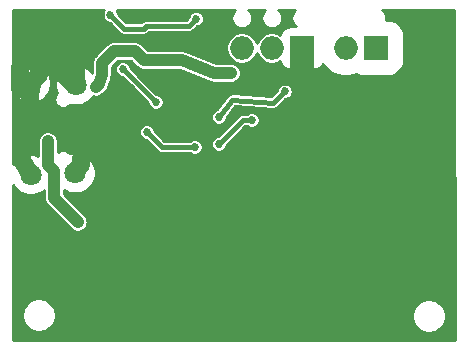
<source format=gbl>
G04 #@! TF.GenerationSoftware,KiCad,Pcbnew,5.1.6-c6e7f7d~87~ubuntu20.04.1*
G04 #@! TF.CreationDate,2021-06-05T20:06:15-07:00*
G04 #@! TF.ProjectId,NixieSupply5vto170vDCMBoostMini,4e697869-6553-4757-9070-6c793576746f,rev?*
G04 #@! TF.SameCoordinates,Original*
G04 #@! TF.FileFunction,Copper,L2,Bot*
G04 #@! TF.FilePolarity,Positive*
%FSLAX46Y46*%
G04 Gerber Fmt 4.6, Leading zero omitted, Abs format (unit mm)*
G04 Created by KiCad (PCBNEW 5.1.6-c6e7f7d~87~ubuntu20.04.1) date 2021-06-05 20:06:15*
%MOMM*%
%LPD*%
G01*
G04 APERTURE LIST*
G04 #@! TA.AperFunction,ComponentPad*
%ADD10C,4.400000*%
G04 #@! TD*
G04 #@! TA.AperFunction,ComponentPad*
%ADD11C,1.800000*%
G04 #@! TD*
G04 #@! TA.AperFunction,ComponentPad*
%ADD12O,1.998980X1.998980*%
G04 #@! TD*
G04 #@! TA.AperFunction,ComponentPad*
%ADD13R,1.998980X1.998980*%
G04 #@! TD*
G04 #@! TA.AperFunction,ViaPad*
%ADD14C,0.685800*%
G04 #@! TD*
G04 #@! TA.AperFunction,Conductor*
%ADD15C,1.500000*%
G04 #@! TD*
G04 #@! TA.AperFunction,Conductor*
%ADD16C,2.000000*%
G04 #@! TD*
G04 #@! TA.AperFunction,Conductor*
%ADD17C,0.381000*%
G04 #@! TD*
G04 #@! TA.AperFunction,Conductor*
%ADD18C,1.000000*%
G04 #@! TD*
G04 #@! TA.AperFunction,Conductor*
%ADD19C,0.400000*%
G04 #@! TD*
G04 #@! TA.AperFunction,Conductor*
%ADD20C,0.254000*%
G04 #@! TD*
G04 APERTURE END LIST*
D10*
G04 #@! TO.P,J2,1*
G04 #@! TO.N,GND*
X171684000Y-85269000D03*
G04 #@! TD*
D11*
G04 #@! TO.P,P1,6*
G04 #@! TO.N,GND*
X141812000Y-88985000D03*
X141787000Y-96435000D03*
X137987000Y-88835000D03*
X137987000Y-96585000D03*
G04 #@! TD*
D10*
G04 #@! TO.P,J3,1*
G04 #@! TO.N,GND*
X138684000Y-85344000D03*
G04 #@! TD*
D12*
G04 #@! TO.P,J1,2*
G04 #@! TO.N,+160V*
X164673280Y-85831680D03*
D13*
G04 #@! TO.P,J1,1*
X167213280Y-85831680D03*
G04 #@! TD*
D12*
G04 #@! TO.P,J6,3*
G04 #@! TO.N,5v_Power*
X155874720Y-85852000D03*
D13*
G04 #@! TO.P,J6,1*
G04 #@! TO.N,GND*
X160954720Y-85852000D03*
D12*
G04 #@! TO.P,J6,2*
G04 #@! TO.N,N_ENABLE*
X158414720Y-85852000D03*
G04 #@! TD*
D14*
G04 #@! TO.N,GND*
X162648000Y-93645000D03*
X162298000Y-91920000D03*
X162848000Y-91195000D03*
X140716000Y-103632000D03*
X144780000Y-89154000D03*
X146050000Y-83058000D03*
X142875000Y-83350100D03*
X162573000Y-92845000D03*
X162026600Y-91097100D03*
X158165800Y-89623900D03*
X154178000Y-96774000D03*
X163576000Y-98450400D03*
X167830500Y-92252800D03*
X171691300Y-97256600D03*
X172478700Y-97282000D03*
X173405800Y-101942900D03*
X172415200Y-101904800D03*
X169329100Y-107149900D03*
G04 #@! TO.N,Net-(C5-Pad1)*
X145796000Y-87630000D03*
X148590000Y-90424000D03*
G04 #@! TO.N,Net-(C11-Pad1)*
X156718000Y-91948000D03*
X153924000Y-93980000D03*
G04 #@! TO.N,5v_Power*
X143510000Y-89154000D03*
X154929840Y-87950040D03*
X141986000Y-100584000D03*
X139446000Y-93726000D03*
G04 #@! TO.N,Net-(C6-Pad2)*
X159512000Y-89535000D03*
X153924000Y-91694000D03*
G04 #@! TO.N,Net-(C10-Pad1)*
X151892000Y-94234000D03*
X147828000Y-92964000D03*
G04 #@! TO.N,Net-(Q26-Pad1)*
X144754600Y-83073240D03*
X152013920Y-83367880D03*
G04 #@! TD*
D15*
G04 #@! TO.N,GND*
X171450000Y-85344000D02*
X171450000Y-85979000D01*
X171450000Y-85344000D02*
X171259500Y-85344000D01*
X171450000Y-85344000D02*
X171450000Y-89408000D01*
D16*
X160954720Y-85852000D02*
X160954720Y-87767160D01*
X160954720Y-87767160D02*
X160934400Y-87787480D01*
D17*
X162648000Y-93645000D02*
X162598000Y-93595000D01*
X162598000Y-93595000D02*
X162298000Y-91920000D01*
D15*
X137287000Y-83439000D02*
X137287000Y-87249000D01*
X137287000Y-87249000D02*
X137096500Y-87439500D01*
X137287000Y-83439000D02*
X140525500Y-83439000D01*
X138747500Y-85344000D02*
X140589000Y-83502500D01*
X137287000Y-83439000D02*
X138684000Y-84836000D01*
X140525500Y-83439000D02*
X140589000Y-83502500D01*
X138684000Y-85344000D02*
X138684000Y-84836000D01*
X138684000Y-85344000D02*
X138684000Y-85852000D01*
X138684000Y-85852000D02*
X137096500Y-87439500D01*
X137096500Y-87439500D02*
X137096500Y-89344500D01*
X138684000Y-85344000D02*
X138684000Y-88138000D01*
X138684000Y-88138000D02*
X137987000Y-88835000D01*
X138684000Y-85344000D02*
X138747500Y-85344000D01*
X138684000Y-85344000D02*
X139065000Y-85344000D01*
X139065000Y-85344000D02*
X140970000Y-87249000D01*
X141812000Y-88985000D02*
X141695080Y-88985000D01*
X141695080Y-88985000D02*
X140858240Y-88148160D01*
X141812000Y-88985000D02*
X141812000Y-87539840D01*
X141812000Y-87539840D02*
X141894560Y-87457280D01*
X141787000Y-96435000D02*
X141787000Y-96241480D01*
X141787000Y-96241480D02*
X142280640Y-95747840D01*
X142280640Y-95747840D02*
X142280640Y-95158560D01*
X137987000Y-96585000D02*
X137160000Y-95250000D01*
X137160000Y-95250000D02*
X137288040Y-95121960D01*
X137987000Y-88835000D02*
X137922000Y-90424000D01*
X137922000Y-90424000D02*
X138070360Y-90572360D01*
X138684000Y-85344000D02*
X142113000Y-85344000D01*
X142204440Y-85435440D02*
X142204440Y-85481160D01*
X142113000Y-85344000D02*
X142204440Y-85435440D01*
D17*
X144769840Y-89164160D02*
X144769840Y-89311480D01*
X144780000Y-89154000D02*
X144769840Y-89164160D01*
X146672300Y-83070700D02*
X146634200Y-83108800D01*
X146024600Y-83083400D02*
X146672300Y-83070700D01*
X146050000Y-83058000D02*
X146024600Y-83083400D01*
X142786100Y-83439000D02*
X142176500Y-83439000D01*
X142875000Y-83350100D02*
X142786100Y-83439000D01*
X162814300Y-92603700D02*
X162551700Y-92099600D01*
X162573000Y-92845000D02*
X162814300Y-92603700D01*
X162115500Y-91008200D02*
X162115500Y-90220800D01*
X162026600Y-91097100D02*
X162115500Y-91008200D01*
X158216600Y-89573100D02*
X158216600Y-89382600D01*
X158165800Y-89623900D02*
X158216600Y-89573100D01*
X154139900Y-96812100D02*
X154559000Y-96710500D01*
X154178000Y-96774000D02*
X154139900Y-96812100D01*
X163601400Y-98425000D02*
X163601400Y-97980500D01*
X163576000Y-98450400D02*
X163601400Y-98425000D01*
X167868600Y-92214700D02*
X167868600Y-91528900D01*
X167830500Y-92252800D02*
X167868600Y-92214700D01*
D18*
X172453300Y-97256600D02*
X171691300Y-97256600D01*
X172478700Y-97282000D02*
X172453300Y-97256600D01*
X172453300Y-101942900D02*
X173405800Y-101942900D01*
X172415200Y-101904800D02*
X172453300Y-101942900D01*
D17*
X169367200Y-107111800D02*
X169367200Y-106514900D01*
X169329100Y-107149900D02*
X169367200Y-107111800D01*
G04 #@! TO.N,Net-(C5-Pad1)*
X146812000Y-88646000D02*
X145796000Y-87630000D01*
X148590000Y-90424000D02*
X146812000Y-88646000D01*
G04 #@! TO.N,Net-(C11-Pad1)*
X155956000Y-91948000D02*
X156718000Y-91948000D01*
X153924000Y-93980000D02*
X155956000Y-91948000D01*
D18*
G04 #@! TO.N,5v_Power*
X153543000Y-87965280D02*
X154990800Y-87965280D01*
X144018000Y-88138000D02*
X143764000Y-88900000D01*
X147574000Y-86868000D02*
X146812000Y-86106000D01*
X146812000Y-86106000D02*
X145034000Y-86106000D01*
X145034000Y-86106000D02*
X144018000Y-87122000D01*
X144018000Y-87122000D02*
X144018000Y-88138000D01*
X148336000Y-86868000D02*
X150825200Y-86868000D01*
X150825200Y-86868000D02*
X153543000Y-87965280D01*
X148336000Y-86868000D02*
X147574000Y-86868000D01*
X143510000Y-89154000D02*
X143764000Y-88900000D01*
X154975560Y-87950040D02*
X154929840Y-87950040D01*
X154990800Y-87965280D02*
X154975560Y-87950040D01*
X139446000Y-93726000D02*
X139446000Y-95758000D01*
X139954000Y-96266000D02*
X139954000Y-96774000D01*
X141986000Y-100584000D02*
X139954000Y-98552000D01*
X139954000Y-98552000D02*
X139954000Y-96774000D01*
X139446000Y-95758000D02*
X139954000Y-96266000D01*
D17*
G04 #@! TO.N,Net-(C6-Pad2)*
X158496000Y-90487500D02*
X158559500Y-90487500D01*
X158559500Y-90487500D02*
X159512000Y-89535000D01*
D19*
X153924000Y-91694000D02*
X155057600Y-90220800D01*
X155057600Y-90220800D02*
X158496000Y-90487500D01*
D17*
G04 #@! TO.N,Net-(C10-Pad1)*
X149098000Y-94234000D02*
X151892000Y-94234000D01*
X147828000Y-92964000D02*
X149098000Y-94234000D01*
D19*
G04 #@! TO.N,Net-(Q26-Pad1)*
X145892520Y-84211160D02*
X144754600Y-83073240D01*
X147568920Y-84211160D02*
X145892520Y-84211160D01*
X147797520Y-83982560D02*
X147568920Y-84211160D01*
X151399240Y-83982560D02*
X147797520Y-83982560D01*
X152013920Y-83367880D02*
X151399240Y-83982560D01*
G04 #@! TD*
D20*
G04 #@! TO.N,GND*
G36*
X173888056Y-110591600D02*
G01*
X136524825Y-110591600D01*
X136521730Y-108342853D01*
X137257000Y-108342853D01*
X137257000Y-108623947D01*
X137311838Y-108899641D01*
X137419409Y-109159338D01*
X137575576Y-109393060D01*
X137774340Y-109591824D01*
X138008062Y-109747991D01*
X138267759Y-109855562D01*
X138543453Y-109910400D01*
X138824547Y-109910400D01*
X139100241Y-109855562D01*
X139359938Y-109747991D01*
X139593660Y-109591824D01*
X139792424Y-109393060D01*
X139948591Y-109159338D01*
X140056162Y-108899641D01*
X140111000Y-108623947D01*
X140111000Y-108393653D01*
X170277000Y-108393653D01*
X170277000Y-108674747D01*
X170331838Y-108950441D01*
X170439409Y-109210138D01*
X170595576Y-109443860D01*
X170794340Y-109642624D01*
X171028062Y-109798791D01*
X171287759Y-109906362D01*
X171563453Y-109961200D01*
X171844547Y-109961200D01*
X172120241Y-109906362D01*
X172379938Y-109798791D01*
X172613660Y-109642624D01*
X172812424Y-109443860D01*
X172968591Y-109210138D01*
X173076162Y-108950441D01*
X173131000Y-108674747D01*
X173131000Y-108393653D01*
X173076162Y-108117959D01*
X172968591Y-107858262D01*
X172812424Y-107624540D01*
X172613660Y-107425776D01*
X172379938Y-107269609D01*
X172120241Y-107162038D01*
X171844547Y-107107200D01*
X171563453Y-107107200D01*
X171287759Y-107162038D01*
X171028062Y-107269609D01*
X170794340Y-107425776D01*
X170595576Y-107624540D01*
X170439409Y-107858262D01*
X170331838Y-108117959D01*
X170277000Y-108393653D01*
X140111000Y-108393653D01*
X140111000Y-108342853D01*
X140056162Y-108067159D01*
X139948591Y-107807462D01*
X139792424Y-107573740D01*
X139593660Y-107374976D01*
X139359938Y-107218809D01*
X139100241Y-107111238D01*
X138824547Y-107056400D01*
X138543453Y-107056400D01*
X138267759Y-107111238D01*
X138008062Y-107218809D01*
X137774340Y-107374976D01*
X137575576Y-107573740D01*
X137419409Y-107807462D01*
X137311838Y-108067159D01*
X137257000Y-108342853D01*
X136521730Y-108342853D01*
X136506775Y-97478204D01*
X136645552Y-97685898D01*
X136886102Y-97926448D01*
X137168959Y-98115447D01*
X137483253Y-98245632D01*
X137816905Y-98312000D01*
X138157095Y-98312000D01*
X138490747Y-98245632D01*
X138805041Y-98115447D01*
X139087898Y-97926448D01*
X139127000Y-97887346D01*
X139127000Y-98511386D01*
X139123000Y-98552000D01*
X139127000Y-98592614D01*
X139127000Y-98592623D01*
X139138966Y-98714119D01*
X139186255Y-98870009D01*
X139186256Y-98870010D01*
X139263048Y-99013679D01*
X139314725Y-99076647D01*
X139366394Y-99139606D01*
X139397952Y-99165505D01*
X141429948Y-101197502D01*
X141524320Y-101274952D01*
X141667989Y-101351744D01*
X141823879Y-101399033D01*
X141986000Y-101415000D01*
X142148120Y-101399033D01*
X142304010Y-101351744D01*
X142447679Y-101274952D01*
X142573606Y-101171606D01*
X142676952Y-101045679D01*
X142753744Y-100902010D01*
X142801033Y-100746120D01*
X142817000Y-100584000D01*
X142801033Y-100421879D01*
X142753744Y-100265989D01*
X142676952Y-100122320D01*
X142599502Y-100027948D01*
X140781000Y-98209447D01*
X140781000Y-97839857D01*
X140968959Y-97965447D01*
X141283253Y-98095632D01*
X141616905Y-98162000D01*
X141957095Y-98162000D01*
X142290747Y-98095632D01*
X142605041Y-97965447D01*
X142887898Y-97776448D01*
X143128448Y-97535898D01*
X143317447Y-97253041D01*
X143447632Y-96938747D01*
X143514000Y-96605095D01*
X143514000Y-96264905D01*
X143447632Y-95931253D01*
X143317447Y-95616959D01*
X143128448Y-95334102D01*
X142887898Y-95093552D01*
X142605041Y-94904553D01*
X142290747Y-94774368D01*
X141957095Y-94708000D01*
X141616905Y-94708000D01*
X141315933Y-94767868D01*
X141301698Y-94746564D01*
X141200436Y-94645302D01*
X141081364Y-94565741D01*
X140949058Y-94510938D01*
X140808603Y-94483000D01*
X140665397Y-94483000D01*
X140524942Y-94510938D01*
X140392636Y-94565741D01*
X140273564Y-94645302D01*
X140273000Y-94645866D01*
X140273000Y-93685376D01*
X140261034Y-93563880D01*
X140213745Y-93407990D01*
X140136952Y-93264321D01*
X140033606Y-93138394D01*
X139907678Y-93035048D01*
X139764009Y-92958255D01*
X139608119Y-92910966D01*
X139476684Y-92898021D01*
X147158100Y-92898021D01*
X147158100Y-93029979D01*
X147183844Y-93159403D01*
X147234343Y-93281316D01*
X147307655Y-93391036D01*
X147400964Y-93484345D01*
X147510684Y-93557657D01*
X147632597Y-93608156D01*
X147762021Y-93633900D01*
X147766045Y-93633900D01*
X148714101Y-94581957D01*
X148730302Y-94601698D01*
X148809102Y-94666367D01*
X148886992Y-94708000D01*
X148899003Y-94714420D01*
X148996551Y-94744011D01*
X149097999Y-94754003D01*
X149123412Y-94751500D01*
X151462119Y-94751500D01*
X151464964Y-94754345D01*
X151574684Y-94827657D01*
X151696597Y-94878156D01*
X151826021Y-94903900D01*
X151957979Y-94903900D01*
X152087403Y-94878156D01*
X152209316Y-94827657D01*
X152319036Y-94754345D01*
X152412345Y-94661036D01*
X152485657Y-94551316D01*
X152536156Y-94429403D01*
X152561900Y-94299979D01*
X152561900Y-94168021D01*
X152536156Y-94038597D01*
X152485657Y-93916684D01*
X152483878Y-93914021D01*
X153254100Y-93914021D01*
X153254100Y-94045979D01*
X153279844Y-94175403D01*
X153330343Y-94297316D01*
X153403655Y-94407036D01*
X153496964Y-94500345D01*
X153606684Y-94573657D01*
X153728597Y-94624156D01*
X153858021Y-94649900D01*
X153989979Y-94649900D01*
X154119403Y-94624156D01*
X154241316Y-94573657D01*
X154351036Y-94500345D01*
X154444345Y-94407036D01*
X154517657Y-94297316D01*
X154568156Y-94175403D01*
X154593900Y-94045979D01*
X154593900Y-94041955D01*
X156170356Y-92465500D01*
X156288119Y-92465500D01*
X156290964Y-92468345D01*
X156400684Y-92541657D01*
X156522597Y-92592156D01*
X156652021Y-92617900D01*
X156783979Y-92617900D01*
X156913403Y-92592156D01*
X157035316Y-92541657D01*
X157145036Y-92468345D01*
X157238345Y-92375036D01*
X157311657Y-92265316D01*
X157362156Y-92143403D01*
X157387900Y-92013979D01*
X157387900Y-91882021D01*
X157362156Y-91752597D01*
X157311657Y-91630684D01*
X157238345Y-91520964D01*
X157145036Y-91427655D01*
X157035316Y-91354343D01*
X156913403Y-91303844D01*
X156783979Y-91278100D01*
X156652021Y-91278100D01*
X156522597Y-91303844D01*
X156400684Y-91354343D01*
X156290964Y-91427655D01*
X156288119Y-91430500D01*
X155981413Y-91430500D01*
X155956000Y-91427997D01*
X155930587Y-91430500D01*
X155854552Y-91437989D01*
X155757003Y-91467580D01*
X155667102Y-91515633D01*
X155588302Y-91580302D01*
X155572101Y-91600043D01*
X153862045Y-93310100D01*
X153858021Y-93310100D01*
X153728597Y-93335844D01*
X153606684Y-93386343D01*
X153496964Y-93459655D01*
X153403655Y-93552964D01*
X153330343Y-93662684D01*
X153279844Y-93784597D01*
X153254100Y-93914021D01*
X152483878Y-93914021D01*
X152412345Y-93806964D01*
X152319036Y-93713655D01*
X152209316Y-93640343D01*
X152087403Y-93589844D01*
X151957979Y-93564100D01*
X151826021Y-93564100D01*
X151696597Y-93589844D01*
X151574684Y-93640343D01*
X151464964Y-93713655D01*
X151462119Y-93716500D01*
X149312356Y-93716500D01*
X148497900Y-92902045D01*
X148497900Y-92898021D01*
X148472156Y-92768597D01*
X148421657Y-92646684D01*
X148348345Y-92536964D01*
X148255036Y-92443655D01*
X148145316Y-92370343D01*
X148023403Y-92319844D01*
X147893979Y-92294100D01*
X147762021Y-92294100D01*
X147632597Y-92319844D01*
X147510684Y-92370343D01*
X147400964Y-92443655D01*
X147307655Y-92536964D01*
X147234343Y-92646684D01*
X147183844Y-92768597D01*
X147158100Y-92898021D01*
X139476684Y-92898021D01*
X139446000Y-92894999D01*
X139283880Y-92910966D01*
X139127990Y-92958255D01*
X138984321Y-93035048D01*
X138858394Y-93138394D01*
X138755048Y-93264322D01*
X138678255Y-93407991D01*
X138630966Y-93563881D01*
X138619000Y-93685377D01*
X138619001Y-94977492D01*
X138490747Y-94924368D01*
X138157095Y-94858000D01*
X137816905Y-94858000D01*
X137483253Y-94924368D01*
X137168959Y-95054553D01*
X136886102Y-95243552D01*
X136645552Y-95484102D01*
X136504322Y-95695468D01*
X136498724Y-91628021D01*
X153254100Y-91628021D01*
X153254100Y-91759979D01*
X153279844Y-91889403D01*
X153330343Y-92011316D01*
X153403655Y-92121036D01*
X153496964Y-92214345D01*
X153606684Y-92287657D01*
X153728597Y-92338156D01*
X153858021Y-92363900D01*
X153989979Y-92363900D01*
X154119403Y-92338156D01*
X154241316Y-92287657D01*
X154351036Y-92214345D01*
X154444345Y-92121036D01*
X154517657Y-92011316D01*
X154568156Y-91889403D01*
X154593900Y-91759979D01*
X154593900Y-91687580D01*
X155301282Y-90768284D01*
X158481049Y-91014923D01*
X158558836Y-91013307D01*
X158605836Y-91002939D01*
X158660948Y-90997511D01*
X158758497Y-90967920D01*
X158848398Y-90919867D01*
X158927198Y-90855198D01*
X158943403Y-90835452D01*
X159573956Y-90204900D01*
X159577979Y-90204900D01*
X159707403Y-90179156D01*
X159829316Y-90128657D01*
X159939036Y-90055345D01*
X160032345Y-89962036D01*
X160105657Y-89852316D01*
X160156156Y-89730403D01*
X160181900Y-89600979D01*
X160181900Y-89469021D01*
X160156156Y-89339597D01*
X160105657Y-89217684D01*
X160032345Y-89107964D01*
X159939036Y-89014655D01*
X159829316Y-88941343D01*
X159707403Y-88890844D01*
X159577979Y-88865100D01*
X159446021Y-88865100D01*
X159316597Y-88890844D01*
X159194684Y-88941343D01*
X159084964Y-89014655D01*
X158991655Y-89107964D01*
X158918343Y-89217684D01*
X158867844Y-89339597D01*
X158842100Y-89469021D01*
X158842100Y-89473044D01*
X158366288Y-89948856D01*
X155121365Y-89697163D01*
X155092949Y-89692432D01*
X155043804Y-89693974D01*
X154994765Y-89694993D01*
X154992016Y-89695599D01*
X154989191Y-89695688D01*
X154941247Y-89706799D01*
X154893392Y-89717355D01*
X154890814Y-89718486D01*
X154888061Y-89719124D01*
X154843215Y-89739371D01*
X154798330Y-89759064D01*
X154796022Y-89760677D01*
X154793447Y-89761839D01*
X154753440Y-89790426D01*
X154713231Y-89818517D01*
X154711280Y-89820551D01*
X154708983Y-89822192D01*
X154675333Y-89858023D01*
X154641367Y-89893430D01*
X154625867Y-89917703D01*
X153759425Y-91043712D01*
X153728597Y-91049844D01*
X153606684Y-91100343D01*
X153496964Y-91173655D01*
X153403655Y-91266964D01*
X153330343Y-91376684D01*
X153279844Y-91498597D01*
X153254100Y-91628021D01*
X136498724Y-91628021D01*
X136496086Y-89712206D01*
X136645552Y-89935898D01*
X136886102Y-90176448D01*
X137168959Y-90365447D01*
X137483253Y-90495632D01*
X137816905Y-90562000D01*
X138157095Y-90562000D01*
X138490747Y-90495632D01*
X138805041Y-90365447D01*
X139087898Y-90176448D01*
X139125949Y-90138397D01*
X140010000Y-90138397D01*
X140010000Y-90281603D01*
X140037938Y-90422058D01*
X140092741Y-90554364D01*
X140172302Y-90673436D01*
X140273564Y-90774698D01*
X140392636Y-90854259D01*
X140524942Y-90909062D01*
X140665397Y-90937000D01*
X140808603Y-90937000D01*
X140949058Y-90909062D01*
X141081364Y-90854259D01*
X141200436Y-90774698D01*
X141301698Y-90673436D01*
X141318865Y-90647743D01*
X141641905Y-90712000D01*
X141982095Y-90712000D01*
X142315747Y-90645632D01*
X142630041Y-90515447D01*
X142912898Y-90326448D01*
X143153448Y-90085898D01*
X143251143Y-89939688D01*
X143347880Y-89969033D01*
X143510000Y-89985000D01*
X143672120Y-89969033D01*
X143828010Y-89921744D01*
X143971679Y-89844952D01*
X144066051Y-89767502D01*
X144340815Y-89492738D01*
X144391783Y-89444473D01*
X144421898Y-89401955D01*
X144454952Y-89361680D01*
X144468874Y-89335633D01*
X144485942Y-89311536D01*
X144507184Y-89263960D01*
X144531744Y-89218010D01*
X144552117Y-89150850D01*
X144780393Y-88466023D01*
X144785745Y-88456010D01*
X144806124Y-88388831D01*
X144815407Y-88360981D01*
X144817907Y-88349988D01*
X144833034Y-88300120D01*
X144835929Y-88270731D01*
X144842476Y-88241936D01*
X144843894Y-88189852D01*
X144845000Y-88178624D01*
X144845000Y-88149239D01*
X144846910Y-88079092D01*
X144845000Y-88067906D01*
X144845000Y-87564021D01*
X145126100Y-87564021D01*
X145126100Y-87695979D01*
X145151844Y-87825403D01*
X145202343Y-87947316D01*
X145275655Y-88057036D01*
X145368964Y-88150345D01*
X145478684Y-88223657D01*
X145600597Y-88274156D01*
X145730021Y-88299900D01*
X145734045Y-88299900D01*
X146464041Y-89029897D01*
X146464047Y-89029902D01*
X147920100Y-90485955D01*
X147920100Y-90489979D01*
X147945844Y-90619403D01*
X147996343Y-90741316D01*
X148069655Y-90851036D01*
X148162964Y-90944345D01*
X148272684Y-91017657D01*
X148394597Y-91068156D01*
X148524021Y-91093900D01*
X148655979Y-91093900D01*
X148785403Y-91068156D01*
X148907316Y-91017657D01*
X149017036Y-90944345D01*
X149110345Y-90851036D01*
X149183657Y-90741316D01*
X149234156Y-90619403D01*
X149259900Y-90489979D01*
X149259900Y-90358021D01*
X149234156Y-90228597D01*
X149183657Y-90106684D01*
X149110345Y-89996964D01*
X149017036Y-89903655D01*
X148907316Y-89830343D01*
X148785403Y-89779844D01*
X148655979Y-89754100D01*
X148651955Y-89754100D01*
X147195902Y-88298047D01*
X147195897Y-88298041D01*
X146465900Y-87568045D01*
X146465900Y-87564021D01*
X146440156Y-87434597D01*
X146389657Y-87312684D01*
X146316345Y-87202964D01*
X146223036Y-87109655D01*
X146113316Y-87036343D01*
X145991403Y-86985844D01*
X145861979Y-86960100D01*
X145730021Y-86960100D01*
X145600597Y-86985844D01*
X145478684Y-87036343D01*
X145368964Y-87109655D01*
X145275655Y-87202964D01*
X145202343Y-87312684D01*
X145151844Y-87434597D01*
X145126100Y-87564021D01*
X144845000Y-87564021D01*
X144845000Y-87464553D01*
X145376554Y-86933000D01*
X146469446Y-86933000D01*
X146960503Y-87424058D01*
X146986394Y-87455606D01*
X147017941Y-87481496D01*
X147017948Y-87481503D01*
X147112320Y-87558952D01*
X147177006Y-87593527D01*
X147255990Y-87635745D01*
X147411880Y-87683034D01*
X147533376Y-87695000D01*
X147533386Y-87695000D01*
X147574000Y-87699000D01*
X147614614Y-87695000D01*
X150664554Y-87695000D01*
X153192268Y-88715535D01*
X153224990Y-88733025D01*
X153267616Y-88745956D01*
X153271060Y-88747346D01*
X153306454Y-88757737D01*
X153380880Y-88780314D01*
X153384606Y-88780681D01*
X153388200Y-88781736D01*
X153465609Y-88788659D01*
X153502376Y-88792280D01*
X153506099Y-88792280D01*
X153550457Y-88796247D01*
X153587338Y-88792280D01*
X154950186Y-88792280D01*
X154990800Y-88796280D01*
X155031414Y-88792280D01*
X155031424Y-88792280D01*
X155152920Y-88780314D01*
X155308810Y-88733025D01*
X155402436Y-88682981D01*
X155452480Y-88656232D01*
X155578406Y-88552886D01*
X155681752Y-88426960D01*
X155732908Y-88331253D01*
X155758545Y-88283290D01*
X155805834Y-88127400D01*
X155821801Y-87965280D01*
X155805834Y-87803160D01*
X155758545Y-87647270D01*
X155681752Y-87503601D01*
X155669245Y-87488361D01*
X155604303Y-87409229D01*
X155604301Y-87409227D01*
X155578406Y-87377674D01*
X155570036Y-87370804D01*
X155563166Y-87362434D01*
X155437239Y-87259088D01*
X155293570Y-87182295D01*
X155137680Y-87135006D01*
X155016184Y-87123040D01*
X155016174Y-87123040D01*
X154975560Y-87119040D01*
X154934946Y-87123040D01*
X154889216Y-87123040D01*
X154767720Y-87135006D01*
X154756927Y-87138280D01*
X153703646Y-87138280D01*
X151175932Y-86117745D01*
X151143210Y-86100255D01*
X151100584Y-86087324D01*
X151097140Y-86085934D01*
X151061786Y-86075555D01*
X150987320Y-86052966D01*
X150983587Y-86052598D01*
X150979999Y-86051545D01*
X150902654Y-86044627D01*
X150865824Y-86041000D01*
X150862097Y-86041000D01*
X150817743Y-86037033D01*
X150780862Y-86041000D01*
X147916554Y-86041000D01*
X147425505Y-85549952D01*
X147399606Y-85518394D01*
X147273679Y-85415048D01*
X147130010Y-85338255D01*
X146974120Y-85290966D01*
X146852624Y-85279000D01*
X146852614Y-85279000D01*
X146812000Y-85275000D01*
X146771386Y-85279000D01*
X145074614Y-85279000D01*
X145034000Y-85275000D01*
X144993386Y-85279000D01*
X144993376Y-85279000D01*
X144871880Y-85290966D01*
X144715990Y-85338255D01*
X144649113Y-85374002D01*
X144572320Y-85415048D01*
X144477948Y-85492498D01*
X144446394Y-85518394D01*
X144420499Y-85549947D01*
X143461952Y-86508495D01*
X143430394Y-86534394D01*
X143404498Y-86565949D01*
X143327048Y-86660321D01*
X143298783Y-86713201D01*
X143250255Y-86803991D01*
X143202966Y-86959881D01*
X143191000Y-87081377D01*
X143191000Y-87081386D01*
X143187000Y-87122000D01*
X143191000Y-87162615D01*
X143191001Y-87940304D01*
X143153448Y-87884102D01*
X142912898Y-87643552D01*
X142630041Y-87454553D01*
X142315747Y-87324368D01*
X141982095Y-87258000D01*
X141641905Y-87258000D01*
X141308253Y-87324368D01*
X140993959Y-87454553D01*
X140711102Y-87643552D01*
X140470552Y-87884102D01*
X140281553Y-88166959D01*
X140151368Y-88481253D01*
X140085000Y-88814905D01*
X140085000Y-89155095D01*
X140151368Y-89488747D01*
X140233012Y-89685854D01*
X140172302Y-89746564D01*
X140092741Y-89865636D01*
X140037938Y-89997942D01*
X140010000Y-90138397D01*
X139125949Y-90138397D01*
X139328448Y-89935898D01*
X139517447Y-89653041D01*
X139647632Y-89338747D01*
X139714000Y-89005095D01*
X139714000Y-88664905D01*
X139647632Y-88331253D01*
X139517447Y-88016959D01*
X139328448Y-87734102D01*
X139087898Y-87493552D01*
X138805041Y-87304553D01*
X138490747Y-87174368D01*
X138157095Y-87108000D01*
X137816905Y-87108000D01*
X137483253Y-87174368D01*
X137168959Y-87304553D01*
X136886102Y-87493552D01*
X136645552Y-87734102D01*
X136493676Y-87961400D01*
X136486402Y-82676616D01*
X144224401Y-82660952D01*
X144160943Y-82755924D01*
X144110444Y-82877837D01*
X144084700Y-83007261D01*
X144084700Y-83139219D01*
X144110444Y-83268643D01*
X144160943Y-83390556D01*
X144234255Y-83500276D01*
X144327564Y-83593585D01*
X144437284Y-83666897D01*
X144559197Y-83717396D01*
X144676874Y-83740803D01*
X145501569Y-84565499D01*
X145518072Y-84585608D01*
X145598318Y-84651464D01*
X145689870Y-84700399D01*
X145789210Y-84730534D01*
X145892520Y-84740709D01*
X145918401Y-84738160D01*
X147543039Y-84738160D01*
X147568920Y-84740709D01*
X147594801Y-84738160D01*
X147672230Y-84730534D01*
X147771570Y-84700399D01*
X147863122Y-84651464D01*
X147943368Y-84585608D01*
X147959875Y-84565494D01*
X148015809Y-84509560D01*
X151373359Y-84509560D01*
X151399240Y-84512109D01*
X151425121Y-84509560D01*
X151502550Y-84501934D01*
X151601890Y-84471799D01*
X151693442Y-84422864D01*
X151773688Y-84357008D01*
X151790195Y-84336894D01*
X152091647Y-84035443D01*
X152209323Y-84012036D01*
X152331236Y-83961537D01*
X152440956Y-83888225D01*
X152534265Y-83794916D01*
X152607577Y-83685196D01*
X152658076Y-83563283D01*
X152683820Y-83433859D01*
X152683820Y-83301901D01*
X152658076Y-83172477D01*
X152607577Y-83050564D01*
X152534265Y-82940844D01*
X152440956Y-82847535D01*
X152331236Y-82774223D01*
X152209323Y-82723724D01*
X152079899Y-82697980D01*
X151947941Y-82697980D01*
X151818517Y-82723724D01*
X151696604Y-82774223D01*
X151586884Y-82847535D01*
X151493575Y-82940844D01*
X151420263Y-83050564D01*
X151369764Y-83172477D01*
X151346357Y-83290153D01*
X151180950Y-83455560D01*
X147823400Y-83455560D01*
X147797519Y-83453011D01*
X147694210Y-83463186D01*
X147594870Y-83493321D01*
X147503318Y-83542256D01*
X147423072Y-83608112D01*
X147406565Y-83628226D01*
X147350631Y-83684160D01*
X146110810Y-83684160D01*
X145422163Y-82995514D01*
X145398756Y-82877837D01*
X145348257Y-82755924D01*
X145283367Y-82658808D01*
X155307939Y-82638516D01*
X155193510Y-82752945D01*
X155097533Y-82896585D01*
X155031423Y-83056189D01*
X154997720Y-83225623D01*
X154997720Y-83398377D01*
X155031423Y-83567811D01*
X155097533Y-83727415D01*
X155193510Y-83871055D01*
X155315665Y-83993210D01*
X155459305Y-84089187D01*
X155618909Y-84155297D01*
X155788343Y-84189000D01*
X155961097Y-84189000D01*
X156130531Y-84155297D01*
X156290135Y-84089187D01*
X156433775Y-83993210D01*
X156555930Y-83871055D01*
X156651907Y-83727415D01*
X156718017Y-83567811D01*
X156751720Y-83398377D01*
X156751720Y-83225623D01*
X156718017Y-83056189D01*
X156651907Y-82896585D01*
X156555930Y-82752945D01*
X156439211Y-82636226D01*
X157853091Y-82633364D01*
X157733510Y-82752945D01*
X157637533Y-82896585D01*
X157571423Y-83056189D01*
X157537720Y-83225623D01*
X157537720Y-83398377D01*
X157571423Y-83567811D01*
X157637533Y-83727415D01*
X157733510Y-83871055D01*
X157855665Y-83993210D01*
X157999305Y-84089187D01*
X158158909Y-84155297D01*
X158328343Y-84189000D01*
X158501097Y-84189000D01*
X158670531Y-84155297D01*
X158830135Y-84089187D01*
X158973775Y-83993210D01*
X159095930Y-83871055D01*
X159191907Y-83727415D01*
X159258017Y-83567811D01*
X159291720Y-83398377D01*
X159291720Y-83225623D01*
X159258017Y-83056189D01*
X159191907Y-82896585D01*
X159095930Y-82752945D01*
X158974079Y-82631094D01*
X160399528Y-82628209D01*
X160395665Y-82630790D01*
X160273510Y-82752945D01*
X160177533Y-82896585D01*
X160111423Y-83056189D01*
X160077720Y-83225623D01*
X160077720Y-83398377D01*
X160111423Y-83567811D01*
X160177533Y-83727415D01*
X160273510Y-83871055D01*
X160395665Y-83993210D01*
X160438018Y-84021509D01*
X159955230Y-84021509D01*
X159793110Y-84037476D01*
X159637220Y-84084765D01*
X159493551Y-84161558D01*
X159367624Y-84264904D01*
X159264278Y-84390831D01*
X159187485Y-84534500D01*
X159140196Y-84690390D01*
X159135483Y-84738243D01*
X159043048Y-84676480D01*
X158801643Y-84576487D01*
X158545368Y-84525510D01*
X158284072Y-84525510D01*
X158027797Y-84576487D01*
X157786392Y-84676480D01*
X157569132Y-84821648D01*
X157384368Y-85006412D01*
X157239200Y-85223672D01*
X157144720Y-85451767D01*
X157050240Y-85223672D01*
X156905072Y-85006412D01*
X156720308Y-84821648D01*
X156503048Y-84676480D01*
X156261643Y-84576487D01*
X156005368Y-84525510D01*
X155744072Y-84525510D01*
X155487797Y-84576487D01*
X155246392Y-84676480D01*
X155029132Y-84821648D01*
X154844368Y-85006412D01*
X154699200Y-85223672D01*
X154599207Y-85465077D01*
X154548230Y-85721352D01*
X154548230Y-85982648D01*
X154599207Y-86238923D01*
X154699200Y-86480328D01*
X154844368Y-86697588D01*
X155029132Y-86882352D01*
X155246392Y-87027520D01*
X155487797Y-87127513D01*
X155744072Y-87178490D01*
X156005368Y-87178490D01*
X156261643Y-87127513D01*
X156503048Y-87027520D01*
X156720308Y-86882352D01*
X156905072Y-86697588D01*
X157050240Y-86480328D01*
X157144720Y-86252233D01*
X157239200Y-86480328D01*
X157384368Y-86697588D01*
X157569132Y-86882352D01*
X157786392Y-87027520D01*
X158027797Y-87127513D01*
X158284072Y-87178490D01*
X158545368Y-87178490D01*
X158801643Y-87127513D01*
X159043048Y-87027520D01*
X159135483Y-86965757D01*
X159140196Y-87013610D01*
X159187485Y-87169500D01*
X159264278Y-87313169D01*
X159367624Y-87439096D01*
X159493551Y-87542442D01*
X159637220Y-87619235D01*
X159793110Y-87666524D01*
X159955230Y-87682491D01*
X161954210Y-87682491D01*
X162116330Y-87666524D01*
X162272220Y-87619235D01*
X162415889Y-87542442D01*
X162541816Y-87439096D01*
X162645162Y-87313169D01*
X162716199Y-87180269D01*
X162827340Y-87346604D01*
X163158356Y-87677620D01*
X163547590Y-87937698D01*
X163980083Y-88116843D01*
X164439216Y-88208170D01*
X164907344Y-88208170D01*
X165366477Y-88116843D01*
X165553262Y-88039474D01*
X165684285Y-88109507D01*
X165943851Y-88188245D01*
X166213790Y-88214832D01*
X168212770Y-88214832D01*
X168482709Y-88188245D01*
X168742275Y-88109507D01*
X168981491Y-87981643D01*
X169191167Y-87809567D01*
X169363243Y-87599891D01*
X169491107Y-87360675D01*
X169569845Y-87101109D01*
X169596432Y-86831170D01*
X169596432Y-84832190D01*
X169569845Y-84562251D01*
X169491107Y-84302685D01*
X169363243Y-84063469D01*
X169191167Y-83853793D01*
X168981491Y-83681717D01*
X168742275Y-83553853D01*
X168482709Y-83475115D01*
X168212770Y-83448528D01*
X168076262Y-83448528D01*
X168090280Y-83378057D01*
X168090280Y-83205303D01*
X168056577Y-83035869D01*
X167990467Y-82876265D01*
X167894490Y-82732625D01*
X167775143Y-82613278D01*
X173812542Y-82601057D01*
X173888056Y-110591600D01*
G37*
X173888056Y-110591600D02*
X136524825Y-110591600D01*
X136521730Y-108342853D01*
X137257000Y-108342853D01*
X137257000Y-108623947D01*
X137311838Y-108899641D01*
X137419409Y-109159338D01*
X137575576Y-109393060D01*
X137774340Y-109591824D01*
X138008062Y-109747991D01*
X138267759Y-109855562D01*
X138543453Y-109910400D01*
X138824547Y-109910400D01*
X139100241Y-109855562D01*
X139359938Y-109747991D01*
X139593660Y-109591824D01*
X139792424Y-109393060D01*
X139948591Y-109159338D01*
X140056162Y-108899641D01*
X140111000Y-108623947D01*
X140111000Y-108393653D01*
X170277000Y-108393653D01*
X170277000Y-108674747D01*
X170331838Y-108950441D01*
X170439409Y-109210138D01*
X170595576Y-109443860D01*
X170794340Y-109642624D01*
X171028062Y-109798791D01*
X171287759Y-109906362D01*
X171563453Y-109961200D01*
X171844547Y-109961200D01*
X172120241Y-109906362D01*
X172379938Y-109798791D01*
X172613660Y-109642624D01*
X172812424Y-109443860D01*
X172968591Y-109210138D01*
X173076162Y-108950441D01*
X173131000Y-108674747D01*
X173131000Y-108393653D01*
X173076162Y-108117959D01*
X172968591Y-107858262D01*
X172812424Y-107624540D01*
X172613660Y-107425776D01*
X172379938Y-107269609D01*
X172120241Y-107162038D01*
X171844547Y-107107200D01*
X171563453Y-107107200D01*
X171287759Y-107162038D01*
X171028062Y-107269609D01*
X170794340Y-107425776D01*
X170595576Y-107624540D01*
X170439409Y-107858262D01*
X170331838Y-108117959D01*
X170277000Y-108393653D01*
X140111000Y-108393653D01*
X140111000Y-108342853D01*
X140056162Y-108067159D01*
X139948591Y-107807462D01*
X139792424Y-107573740D01*
X139593660Y-107374976D01*
X139359938Y-107218809D01*
X139100241Y-107111238D01*
X138824547Y-107056400D01*
X138543453Y-107056400D01*
X138267759Y-107111238D01*
X138008062Y-107218809D01*
X137774340Y-107374976D01*
X137575576Y-107573740D01*
X137419409Y-107807462D01*
X137311838Y-108067159D01*
X137257000Y-108342853D01*
X136521730Y-108342853D01*
X136506775Y-97478204D01*
X136645552Y-97685898D01*
X136886102Y-97926448D01*
X137168959Y-98115447D01*
X137483253Y-98245632D01*
X137816905Y-98312000D01*
X138157095Y-98312000D01*
X138490747Y-98245632D01*
X138805041Y-98115447D01*
X139087898Y-97926448D01*
X139127000Y-97887346D01*
X139127000Y-98511386D01*
X139123000Y-98552000D01*
X139127000Y-98592614D01*
X139127000Y-98592623D01*
X139138966Y-98714119D01*
X139186255Y-98870009D01*
X139186256Y-98870010D01*
X139263048Y-99013679D01*
X139314725Y-99076647D01*
X139366394Y-99139606D01*
X139397952Y-99165505D01*
X141429948Y-101197502D01*
X141524320Y-101274952D01*
X141667989Y-101351744D01*
X141823879Y-101399033D01*
X141986000Y-101415000D01*
X142148120Y-101399033D01*
X142304010Y-101351744D01*
X142447679Y-101274952D01*
X142573606Y-101171606D01*
X142676952Y-101045679D01*
X142753744Y-100902010D01*
X142801033Y-100746120D01*
X142817000Y-100584000D01*
X142801033Y-100421879D01*
X142753744Y-100265989D01*
X142676952Y-100122320D01*
X142599502Y-100027948D01*
X140781000Y-98209447D01*
X140781000Y-97839857D01*
X140968959Y-97965447D01*
X141283253Y-98095632D01*
X141616905Y-98162000D01*
X141957095Y-98162000D01*
X142290747Y-98095632D01*
X142605041Y-97965447D01*
X142887898Y-97776448D01*
X143128448Y-97535898D01*
X143317447Y-97253041D01*
X143447632Y-96938747D01*
X143514000Y-96605095D01*
X143514000Y-96264905D01*
X143447632Y-95931253D01*
X143317447Y-95616959D01*
X143128448Y-95334102D01*
X142887898Y-95093552D01*
X142605041Y-94904553D01*
X142290747Y-94774368D01*
X141957095Y-94708000D01*
X141616905Y-94708000D01*
X141315933Y-94767868D01*
X141301698Y-94746564D01*
X141200436Y-94645302D01*
X141081364Y-94565741D01*
X140949058Y-94510938D01*
X140808603Y-94483000D01*
X140665397Y-94483000D01*
X140524942Y-94510938D01*
X140392636Y-94565741D01*
X140273564Y-94645302D01*
X140273000Y-94645866D01*
X140273000Y-93685376D01*
X140261034Y-93563880D01*
X140213745Y-93407990D01*
X140136952Y-93264321D01*
X140033606Y-93138394D01*
X139907678Y-93035048D01*
X139764009Y-92958255D01*
X139608119Y-92910966D01*
X139476684Y-92898021D01*
X147158100Y-92898021D01*
X147158100Y-93029979D01*
X147183844Y-93159403D01*
X147234343Y-93281316D01*
X147307655Y-93391036D01*
X147400964Y-93484345D01*
X147510684Y-93557657D01*
X147632597Y-93608156D01*
X147762021Y-93633900D01*
X147766045Y-93633900D01*
X148714101Y-94581957D01*
X148730302Y-94601698D01*
X148809102Y-94666367D01*
X148886992Y-94708000D01*
X148899003Y-94714420D01*
X148996551Y-94744011D01*
X149097999Y-94754003D01*
X149123412Y-94751500D01*
X151462119Y-94751500D01*
X151464964Y-94754345D01*
X151574684Y-94827657D01*
X151696597Y-94878156D01*
X151826021Y-94903900D01*
X151957979Y-94903900D01*
X152087403Y-94878156D01*
X152209316Y-94827657D01*
X152319036Y-94754345D01*
X152412345Y-94661036D01*
X152485657Y-94551316D01*
X152536156Y-94429403D01*
X152561900Y-94299979D01*
X152561900Y-94168021D01*
X152536156Y-94038597D01*
X152485657Y-93916684D01*
X152483878Y-93914021D01*
X153254100Y-93914021D01*
X153254100Y-94045979D01*
X153279844Y-94175403D01*
X153330343Y-94297316D01*
X153403655Y-94407036D01*
X153496964Y-94500345D01*
X153606684Y-94573657D01*
X153728597Y-94624156D01*
X153858021Y-94649900D01*
X153989979Y-94649900D01*
X154119403Y-94624156D01*
X154241316Y-94573657D01*
X154351036Y-94500345D01*
X154444345Y-94407036D01*
X154517657Y-94297316D01*
X154568156Y-94175403D01*
X154593900Y-94045979D01*
X154593900Y-94041955D01*
X156170356Y-92465500D01*
X156288119Y-92465500D01*
X156290964Y-92468345D01*
X156400684Y-92541657D01*
X156522597Y-92592156D01*
X156652021Y-92617900D01*
X156783979Y-92617900D01*
X156913403Y-92592156D01*
X157035316Y-92541657D01*
X157145036Y-92468345D01*
X157238345Y-92375036D01*
X157311657Y-92265316D01*
X157362156Y-92143403D01*
X157387900Y-92013979D01*
X157387900Y-91882021D01*
X157362156Y-91752597D01*
X157311657Y-91630684D01*
X157238345Y-91520964D01*
X157145036Y-91427655D01*
X157035316Y-91354343D01*
X156913403Y-91303844D01*
X156783979Y-91278100D01*
X156652021Y-91278100D01*
X156522597Y-91303844D01*
X156400684Y-91354343D01*
X156290964Y-91427655D01*
X156288119Y-91430500D01*
X155981413Y-91430500D01*
X155956000Y-91427997D01*
X155930587Y-91430500D01*
X155854552Y-91437989D01*
X155757003Y-91467580D01*
X155667102Y-91515633D01*
X155588302Y-91580302D01*
X155572101Y-91600043D01*
X153862045Y-93310100D01*
X153858021Y-93310100D01*
X153728597Y-93335844D01*
X153606684Y-93386343D01*
X153496964Y-93459655D01*
X153403655Y-93552964D01*
X153330343Y-93662684D01*
X153279844Y-93784597D01*
X153254100Y-93914021D01*
X152483878Y-93914021D01*
X152412345Y-93806964D01*
X152319036Y-93713655D01*
X152209316Y-93640343D01*
X152087403Y-93589844D01*
X151957979Y-93564100D01*
X151826021Y-93564100D01*
X151696597Y-93589844D01*
X151574684Y-93640343D01*
X151464964Y-93713655D01*
X151462119Y-93716500D01*
X149312356Y-93716500D01*
X148497900Y-92902045D01*
X148497900Y-92898021D01*
X148472156Y-92768597D01*
X148421657Y-92646684D01*
X148348345Y-92536964D01*
X148255036Y-92443655D01*
X148145316Y-92370343D01*
X148023403Y-92319844D01*
X147893979Y-92294100D01*
X147762021Y-92294100D01*
X147632597Y-92319844D01*
X147510684Y-92370343D01*
X147400964Y-92443655D01*
X147307655Y-92536964D01*
X147234343Y-92646684D01*
X147183844Y-92768597D01*
X147158100Y-92898021D01*
X139476684Y-92898021D01*
X139446000Y-92894999D01*
X139283880Y-92910966D01*
X139127990Y-92958255D01*
X138984321Y-93035048D01*
X138858394Y-93138394D01*
X138755048Y-93264322D01*
X138678255Y-93407991D01*
X138630966Y-93563881D01*
X138619000Y-93685377D01*
X138619001Y-94977492D01*
X138490747Y-94924368D01*
X138157095Y-94858000D01*
X137816905Y-94858000D01*
X137483253Y-94924368D01*
X137168959Y-95054553D01*
X136886102Y-95243552D01*
X136645552Y-95484102D01*
X136504322Y-95695468D01*
X136498724Y-91628021D01*
X153254100Y-91628021D01*
X153254100Y-91759979D01*
X153279844Y-91889403D01*
X153330343Y-92011316D01*
X153403655Y-92121036D01*
X153496964Y-92214345D01*
X153606684Y-92287657D01*
X153728597Y-92338156D01*
X153858021Y-92363900D01*
X153989979Y-92363900D01*
X154119403Y-92338156D01*
X154241316Y-92287657D01*
X154351036Y-92214345D01*
X154444345Y-92121036D01*
X154517657Y-92011316D01*
X154568156Y-91889403D01*
X154593900Y-91759979D01*
X154593900Y-91687580D01*
X155301282Y-90768284D01*
X158481049Y-91014923D01*
X158558836Y-91013307D01*
X158605836Y-91002939D01*
X158660948Y-90997511D01*
X158758497Y-90967920D01*
X158848398Y-90919867D01*
X158927198Y-90855198D01*
X158943403Y-90835452D01*
X159573956Y-90204900D01*
X159577979Y-90204900D01*
X159707403Y-90179156D01*
X159829316Y-90128657D01*
X159939036Y-90055345D01*
X160032345Y-89962036D01*
X160105657Y-89852316D01*
X160156156Y-89730403D01*
X160181900Y-89600979D01*
X160181900Y-89469021D01*
X160156156Y-89339597D01*
X160105657Y-89217684D01*
X160032345Y-89107964D01*
X159939036Y-89014655D01*
X159829316Y-88941343D01*
X159707403Y-88890844D01*
X159577979Y-88865100D01*
X159446021Y-88865100D01*
X159316597Y-88890844D01*
X159194684Y-88941343D01*
X159084964Y-89014655D01*
X158991655Y-89107964D01*
X158918343Y-89217684D01*
X158867844Y-89339597D01*
X158842100Y-89469021D01*
X158842100Y-89473044D01*
X158366288Y-89948856D01*
X155121365Y-89697163D01*
X155092949Y-89692432D01*
X155043804Y-89693974D01*
X154994765Y-89694993D01*
X154992016Y-89695599D01*
X154989191Y-89695688D01*
X154941247Y-89706799D01*
X154893392Y-89717355D01*
X154890814Y-89718486D01*
X154888061Y-89719124D01*
X154843215Y-89739371D01*
X154798330Y-89759064D01*
X154796022Y-89760677D01*
X154793447Y-89761839D01*
X154753440Y-89790426D01*
X154713231Y-89818517D01*
X154711280Y-89820551D01*
X154708983Y-89822192D01*
X154675333Y-89858023D01*
X154641367Y-89893430D01*
X154625867Y-89917703D01*
X153759425Y-91043712D01*
X153728597Y-91049844D01*
X153606684Y-91100343D01*
X153496964Y-91173655D01*
X153403655Y-91266964D01*
X153330343Y-91376684D01*
X153279844Y-91498597D01*
X153254100Y-91628021D01*
X136498724Y-91628021D01*
X136496086Y-89712206D01*
X136645552Y-89935898D01*
X136886102Y-90176448D01*
X137168959Y-90365447D01*
X137483253Y-90495632D01*
X137816905Y-90562000D01*
X138157095Y-90562000D01*
X138490747Y-90495632D01*
X138805041Y-90365447D01*
X139087898Y-90176448D01*
X139125949Y-90138397D01*
X140010000Y-90138397D01*
X140010000Y-90281603D01*
X140037938Y-90422058D01*
X140092741Y-90554364D01*
X140172302Y-90673436D01*
X140273564Y-90774698D01*
X140392636Y-90854259D01*
X140524942Y-90909062D01*
X140665397Y-90937000D01*
X140808603Y-90937000D01*
X140949058Y-90909062D01*
X141081364Y-90854259D01*
X141200436Y-90774698D01*
X141301698Y-90673436D01*
X141318865Y-90647743D01*
X141641905Y-90712000D01*
X141982095Y-90712000D01*
X142315747Y-90645632D01*
X142630041Y-90515447D01*
X142912898Y-90326448D01*
X143153448Y-90085898D01*
X143251143Y-89939688D01*
X143347880Y-89969033D01*
X143510000Y-89985000D01*
X143672120Y-89969033D01*
X143828010Y-89921744D01*
X143971679Y-89844952D01*
X144066051Y-89767502D01*
X144340815Y-89492738D01*
X144391783Y-89444473D01*
X144421898Y-89401955D01*
X144454952Y-89361680D01*
X144468874Y-89335633D01*
X144485942Y-89311536D01*
X144507184Y-89263960D01*
X144531744Y-89218010D01*
X144552117Y-89150850D01*
X144780393Y-88466023D01*
X144785745Y-88456010D01*
X144806124Y-88388831D01*
X144815407Y-88360981D01*
X144817907Y-88349988D01*
X144833034Y-88300120D01*
X144835929Y-88270731D01*
X144842476Y-88241936D01*
X144843894Y-88189852D01*
X144845000Y-88178624D01*
X144845000Y-88149239D01*
X144846910Y-88079092D01*
X144845000Y-88067906D01*
X144845000Y-87564021D01*
X145126100Y-87564021D01*
X145126100Y-87695979D01*
X145151844Y-87825403D01*
X145202343Y-87947316D01*
X145275655Y-88057036D01*
X145368964Y-88150345D01*
X145478684Y-88223657D01*
X145600597Y-88274156D01*
X145730021Y-88299900D01*
X145734045Y-88299900D01*
X146464041Y-89029897D01*
X146464047Y-89029902D01*
X147920100Y-90485955D01*
X147920100Y-90489979D01*
X147945844Y-90619403D01*
X147996343Y-90741316D01*
X148069655Y-90851036D01*
X148162964Y-90944345D01*
X148272684Y-91017657D01*
X148394597Y-91068156D01*
X148524021Y-91093900D01*
X148655979Y-91093900D01*
X148785403Y-91068156D01*
X148907316Y-91017657D01*
X149017036Y-90944345D01*
X149110345Y-90851036D01*
X149183657Y-90741316D01*
X149234156Y-90619403D01*
X149259900Y-90489979D01*
X149259900Y-90358021D01*
X149234156Y-90228597D01*
X149183657Y-90106684D01*
X149110345Y-89996964D01*
X149017036Y-89903655D01*
X148907316Y-89830343D01*
X148785403Y-89779844D01*
X148655979Y-89754100D01*
X148651955Y-89754100D01*
X147195902Y-88298047D01*
X147195897Y-88298041D01*
X146465900Y-87568045D01*
X146465900Y-87564021D01*
X146440156Y-87434597D01*
X146389657Y-87312684D01*
X146316345Y-87202964D01*
X146223036Y-87109655D01*
X146113316Y-87036343D01*
X145991403Y-86985844D01*
X145861979Y-86960100D01*
X145730021Y-86960100D01*
X145600597Y-86985844D01*
X145478684Y-87036343D01*
X145368964Y-87109655D01*
X145275655Y-87202964D01*
X145202343Y-87312684D01*
X145151844Y-87434597D01*
X145126100Y-87564021D01*
X144845000Y-87564021D01*
X144845000Y-87464553D01*
X145376554Y-86933000D01*
X146469446Y-86933000D01*
X146960503Y-87424058D01*
X146986394Y-87455606D01*
X147017941Y-87481496D01*
X147017948Y-87481503D01*
X147112320Y-87558952D01*
X147177006Y-87593527D01*
X147255990Y-87635745D01*
X147411880Y-87683034D01*
X147533376Y-87695000D01*
X147533386Y-87695000D01*
X147574000Y-87699000D01*
X147614614Y-87695000D01*
X150664554Y-87695000D01*
X153192268Y-88715535D01*
X153224990Y-88733025D01*
X153267616Y-88745956D01*
X153271060Y-88747346D01*
X153306454Y-88757737D01*
X153380880Y-88780314D01*
X153384606Y-88780681D01*
X153388200Y-88781736D01*
X153465609Y-88788659D01*
X153502376Y-88792280D01*
X153506099Y-88792280D01*
X153550457Y-88796247D01*
X153587338Y-88792280D01*
X154950186Y-88792280D01*
X154990800Y-88796280D01*
X155031414Y-88792280D01*
X155031424Y-88792280D01*
X155152920Y-88780314D01*
X155308810Y-88733025D01*
X155402436Y-88682981D01*
X155452480Y-88656232D01*
X155578406Y-88552886D01*
X155681752Y-88426960D01*
X155732908Y-88331253D01*
X155758545Y-88283290D01*
X155805834Y-88127400D01*
X155821801Y-87965280D01*
X155805834Y-87803160D01*
X155758545Y-87647270D01*
X155681752Y-87503601D01*
X155669245Y-87488361D01*
X155604303Y-87409229D01*
X155604301Y-87409227D01*
X155578406Y-87377674D01*
X155570036Y-87370804D01*
X155563166Y-87362434D01*
X155437239Y-87259088D01*
X155293570Y-87182295D01*
X155137680Y-87135006D01*
X155016184Y-87123040D01*
X155016174Y-87123040D01*
X154975560Y-87119040D01*
X154934946Y-87123040D01*
X154889216Y-87123040D01*
X154767720Y-87135006D01*
X154756927Y-87138280D01*
X153703646Y-87138280D01*
X151175932Y-86117745D01*
X151143210Y-86100255D01*
X151100584Y-86087324D01*
X151097140Y-86085934D01*
X151061786Y-86075555D01*
X150987320Y-86052966D01*
X150983587Y-86052598D01*
X150979999Y-86051545D01*
X150902654Y-86044627D01*
X150865824Y-86041000D01*
X150862097Y-86041000D01*
X150817743Y-86037033D01*
X150780862Y-86041000D01*
X147916554Y-86041000D01*
X147425505Y-85549952D01*
X147399606Y-85518394D01*
X147273679Y-85415048D01*
X147130010Y-85338255D01*
X146974120Y-85290966D01*
X146852624Y-85279000D01*
X146852614Y-85279000D01*
X146812000Y-85275000D01*
X146771386Y-85279000D01*
X145074614Y-85279000D01*
X145034000Y-85275000D01*
X144993386Y-85279000D01*
X144993376Y-85279000D01*
X144871880Y-85290966D01*
X144715990Y-85338255D01*
X144649113Y-85374002D01*
X144572320Y-85415048D01*
X144477948Y-85492498D01*
X144446394Y-85518394D01*
X144420499Y-85549947D01*
X143461952Y-86508495D01*
X143430394Y-86534394D01*
X143404498Y-86565949D01*
X143327048Y-86660321D01*
X143298783Y-86713201D01*
X143250255Y-86803991D01*
X143202966Y-86959881D01*
X143191000Y-87081377D01*
X143191000Y-87081386D01*
X143187000Y-87122000D01*
X143191000Y-87162615D01*
X143191001Y-87940304D01*
X143153448Y-87884102D01*
X142912898Y-87643552D01*
X142630041Y-87454553D01*
X142315747Y-87324368D01*
X141982095Y-87258000D01*
X141641905Y-87258000D01*
X141308253Y-87324368D01*
X140993959Y-87454553D01*
X140711102Y-87643552D01*
X140470552Y-87884102D01*
X140281553Y-88166959D01*
X140151368Y-88481253D01*
X140085000Y-88814905D01*
X140085000Y-89155095D01*
X140151368Y-89488747D01*
X140233012Y-89685854D01*
X140172302Y-89746564D01*
X140092741Y-89865636D01*
X140037938Y-89997942D01*
X140010000Y-90138397D01*
X139125949Y-90138397D01*
X139328448Y-89935898D01*
X139517447Y-89653041D01*
X139647632Y-89338747D01*
X139714000Y-89005095D01*
X139714000Y-88664905D01*
X139647632Y-88331253D01*
X139517447Y-88016959D01*
X139328448Y-87734102D01*
X139087898Y-87493552D01*
X138805041Y-87304553D01*
X138490747Y-87174368D01*
X138157095Y-87108000D01*
X137816905Y-87108000D01*
X137483253Y-87174368D01*
X137168959Y-87304553D01*
X136886102Y-87493552D01*
X136645552Y-87734102D01*
X136493676Y-87961400D01*
X136486402Y-82676616D01*
X144224401Y-82660952D01*
X144160943Y-82755924D01*
X144110444Y-82877837D01*
X144084700Y-83007261D01*
X144084700Y-83139219D01*
X144110444Y-83268643D01*
X144160943Y-83390556D01*
X144234255Y-83500276D01*
X144327564Y-83593585D01*
X144437284Y-83666897D01*
X144559197Y-83717396D01*
X144676874Y-83740803D01*
X145501569Y-84565499D01*
X145518072Y-84585608D01*
X145598318Y-84651464D01*
X145689870Y-84700399D01*
X145789210Y-84730534D01*
X145892520Y-84740709D01*
X145918401Y-84738160D01*
X147543039Y-84738160D01*
X147568920Y-84740709D01*
X147594801Y-84738160D01*
X147672230Y-84730534D01*
X147771570Y-84700399D01*
X147863122Y-84651464D01*
X147943368Y-84585608D01*
X147959875Y-84565494D01*
X148015809Y-84509560D01*
X151373359Y-84509560D01*
X151399240Y-84512109D01*
X151425121Y-84509560D01*
X151502550Y-84501934D01*
X151601890Y-84471799D01*
X151693442Y-84422864D01*
X151773688Y-84357008D01*
X151790195Y-84336894D01*
X152091647Y-84035443D01*
X152209323Y-84012036D01*
X152331236Y-83961537D01*
X152440956Y-83888225D01*
X152534265Y-83794916D01*
X152607577Y-83685196D01*
X152658076Y-83563283D01*
X152683820Y-83433859D01*
X152683820Y-83301901D01*
X152658076Y-83172477D01*
X152607577Y-83050564D01*
X152534265Y-82940844D01*
X152440956Y-82847535D01*
X152331236Y-82774223D01*
X152209323Y-82723724D01*
X152079899Y-82697980D01*
X151947941Y-82697980D01*
X151818517Y-82723724D01*
X151696604Y-82774223D01*
X151586884Y-82847535D01*
X151493575Y-82940844D01*
X151420263Y-83050564D01*
X151369764Y-83172477D01*
X151346357Y-83290153D01*
X151180950Y-83455560D01*
X147823400Y-83455560D01*
X147797519Y-83453011D01*
X147694210Y-83463186D01*
X147594870Y-83493321D01*
X147503318Y-83542256D01*
X147423072Y-83608112D01*
X147406565Y-83628226D01*
X147350631Y-83684160D01*
X146110810Y-83684160D01*
X145422163Y-82995514D01*
X145398756Y-82877837D01*
X145348257Y-82755924D01*
X145283367Y-82658808D01*
X155307939Y-82638516D01*
X155193510Y-82752945D01*
X155097533Y-82896585D01*
X155031423Y-83056189D01*
X154997720Y-83225623D01*
X154997720Y-83398377D01*
X155031423Y-83567811D01*
X155097533Y-83727415D01*
X155193510Y-83871055D01*
X155315665Y-83993210D01*
X155459305Y-84089187D01*
X155618909Y-84155297D01*
X155788343Y-84189000D01*
X155961097Y-84189000D01*
X156130531Y-84155297D01*
X156290135Y-84089187D01*
X156433775Y-83993210D01*
X156555930Y-83871055D01*
X156651907Y-83727415D01*
X156718017Y-83567811D01*
X156751720Y-83398377D01*
X156751720Y-83225623D01*
X156718017Y-83056189D01*
X156651907Y-82896585D01*
X156555930Y-82752945D01*
X156439211Y-82636226D01*
X157853091Y-82633364D01*
X157733510Y-82752945D01*
X157637533Y-82896585D01*
X157571423Y-83056189D01*
X157537720Y-83225623D01*
X157537720Y-83398377D01*
X157571423Y-83567811D01*
X157637533Y-83727415D01*
X157733510Y-83871055D01*
X157855665Y-83993210D01*
X157999305Y-84089187D01*
X158158909Y-84155297D01*
X158328343Y-84189000D01*
X158501097Y-84189000D01*
X158670531Y-84155297D01*
X158830135Y-84089187D01*
X158973775Y-83993210D01*
X159095930Y-83871055D01*
X159191907Y-83727415D01*
X159258017Y-83567811D01*
X159291720Y-83398377D01*
X159291720Y-83225623D01*
X159258017Y-83056189D01*
X159191907Y-82896585D01*
X159095930Y-82752945D01*
X158974079Y-82631094D01*
X160399528Y-82628209D01*
X160395665Y-82630790D01*
X160273510Y-82752945D01*
X160177533Y-82896585D01*
X160111423Y-83056189D01*
X160077720Y-83225623D01*
X160077720Y-83398377D01*
X160111423Y-83567811D01*
X160177533Y-83727415D01*
X160273510Y-83871055D01*
X160395665Y-83993210D01*
X160438018Y-84021509D01*
X159955230Y-84021509D01*
X159793110Y-84037476D01*
X159637220Y-84084765D01*
X159493551Y-84161558D01*
X159367624Y-84264904D01*
X159264278Y-84390831D01*
X159187485Y-84534500D01*
X159140196Y-84690390D01*
X159135483Y-84738243D01*
X159043048Y-84676480D01*
X158801643Y-84576487D01*
X158545368Y-84525510D01*
X158284072Y-84525510D01*
X158027797Y-84576487D01*
X157786392Y-84676480D01*
X157569132Y-84821648D01*
X157384368Y-85006412D01*
X157239200Y-85223672D01*
X157144720Y-85451767D01*
X157050240Y-85223672D01*
X156905072Y-85006412D01*
X156720308Y-84821648D01*
X156503048Y-84676480D01*
X156261643Y-84576487D01*
X156005368Y-84525510D01*
X155744072Y-84525510D01*
X155487797Y-84576487D01*
X155246392Y-84676480D01*
X155029132Y-84821648D01*
X154844368Y-85006412D01*
X154699200Y-85223672D01*
X154599207Y-85465077D01*
X154548230Y-85721352D01*
X154548230Y-85982648D01*
X154599207Y-86238923D01*
X154699200Y-86480328D01*
X154844368Y-86697588D01*
X155029132Y-86882352D01*
X155246392Y-87027520D01*
X155487797Y-87127513D01*
X155744072Y-87178490D01*
X156005368Y-87178490D01*
X156261643Y-87127513D01*
X156503048Y-87027520D01*
X156720308Y-86882352D01*
X156905072Y-86697588D01*
X157050240Y-86480328D01*
X157144720Y-86252233D01*
X157239200Y-86480328D01*
X157384368Y-86697588D01*
X157569132Y-86882352D01*
X157786392Y-87027520D01*
X158027797Y-87127513D01*
X158284072Y-87178490D01*
X158545368Y-87178490D01*
X158801643Y-87127513D01*
X159043048Y-87027520D01*
X159135483Y-86965757D01*
X159140196Y-87013610D01*
X159187485Y-87169500D01*
X159264278Y-87313169D01*
X159367624Y-87439096D01*
X159493551Y-87542442D01*
X159637220Y-87619235D01*
X159793110Y-87666524D01*
X159955230Y-87682491D01*
X161954210Y-87682491D01*
X162116330Y-87666524D01*
X162272220Y-87619235D01*
X162415889Y-87542442D01*
X162541816Y-87439096D01*
X162645162Y-87313169D01*
X162716199Y-87180269D01*
X162827340Y-87346604D01*
X163158356Y-87677620D01*
X163547590Y-87937698D01*
X163980083Y-88116843D01*
X164439216Y-88208170D01*
X164907344Y-88208170D01*
X165366477Y-88116843D01*
X165553262Y-88039474D01*
X165684285Y-88109507D01*
X165943851Y-88188245D01*
X166213790Y-88214832D01*
X168212770Y-88214832D01*
X168482709Y-88188245D01*
X168742275Y-88109507D01*
X168981491Y-87981643D01*
X169191167Y-87809567D01*
X169363243Y-87599891D01*
X169491107Y-87360675D01*
X169569845Y-87101109D01*
X169596432Y-86831170D01*
X169596432Y-84832190D01*
X169569845Y-84562251D01*
X169491107Y-84302685D01*
X169363243Y-84063469D01*
X169191167Y-83853793D01*
X168981491Y-83681717D01*
X168742275Y-83553853D01*
X168482709Y-83475115D01*
X168212770Y-83448528D01*
X168076262Y-83448528D01*
X168090280Y-83378057D01*
X168090280Y-83205303D01*
X168056577Y-83035869D01*
X167990467Y-82876265D01*
X167894490Y-82732625D01*
X167775143Y-82613278D01*
X173812542Y-82601057D01*
X173888056Y-110591600D01*
G04 #@! TD*
M02*

</source>
